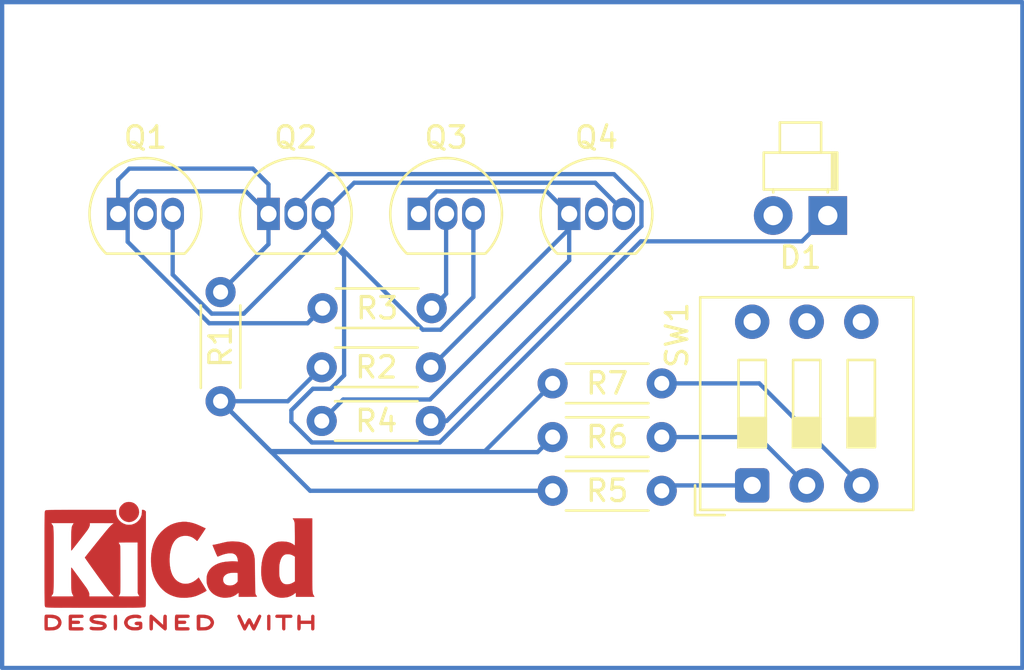
<source format=kicad_pcb>
(kicad_pcb (version 20241229) (generator "pcbnew") (generator_version "9.0")
  (layers (0 "F.Cu" signal) (2 "B.Cu" signal) (13 "F.Paste" user) (15 "B.Paste" user) (5 "F.SilkS" user "F.Silkscreen") (7 "B.SilkS" user "B.Silkscreen") (1 "F.Mask" user) (3 "B.Mask" user) (25 "Edge.Cuts" user))
  (net 0 "")
  (net 1 "Net-(D1-A)")
  (net 2 "GND")
  (net 3 "/Q")
  (net 4 "/R")
  (net 5 "Net-(Q2-B)")
  (net 6 "Net-(Q3-B)")
  (net 7 "/S")
  (net 8 "+9V")
  (net 9 "Net-(R5-Pad1)")
  (net 10 "Net-(R6-Pad1)")
  (net 11 "Net-(R7-Pad1)")
  (footprint "LED_THT:LED_D1.8mm_W1.8mm_H2.4mm_Horizontal_O1.27mm_Z4.9mm" (layer "F.Cu") (at 112.44 97.935 180)
    (property "Reference" "D1")
    (property "Value" "LED")
  )
  (footprint "Resistor_THT:R_Axial_DIN0204_L3.6mm_D1.6mm_P5.08mm_Horizontal" (layer "F.Cu") (at 88.88 107.5)
    (property "Reference" "R4")
    (property "Value" "1K")
  )
  (footprint "Resistor_THT:R_Axial_DIN0204_L3.6mm_D1.6mm_P5.08mm_Horizontal" (layer "F.Cu") (at 104.71 108.25 180)
    (property "Reference" "R6")
    (property "Value" "1K")
  )
  (footprint "Button_Switch_THT:SW_DIP_SPSTx03_Slide_9.78x9.8mm_W7.62mm_P2.54mm" (layer "F.Cu") (at 108.92 110.5 90)
    (property "Reference" "SW1")
    (property "Value" "SW_DIP_x03")
  )
  (footprint "Resistor_THT:R_Axial_DIN0204_L3.6mm_D1.6mm_P5.08mm_Horizontal" (layer "F.Cu") (at 104.71 105.75 180)
    (property "Reference" "R7")
    (property "Value" "1K")
  )
  (footprint "Resistor_THT:R_Axial_DIN0204_L3.6mm_D1.6mm_P5.08mm_Horizontal" (layer "F.Cu") (at 104.71 110.75 180)
    (property "Reference" "R5")
    (property "Value" "1K")
  )
  (footprint "Package_TO_SOT_THT:TO-92_Inline" (layer "F.Cu") (at 93.4 97.86)
    (property "Reference" "Q3")
    (property "Value" "BC547")
  )
  (footprint "Resistor_THT:R_Axial_DIN0204_L3.6mm_D1.6mm_P5.08mm_Horizontal" (layer "F.Cu") (at 88.88 105)
    (property "Reference" "R2")
    (property "Value" "1K")
  )
  (footprint "Package_TO_SOT_THT:TO-92_Inline" (layer "F.Cu") (at 79.4 97.86)
    (property "Reference" "Q1")
    (property "Value" "BC547")
  )
  (footprint "Resistor_THT:R_Axial_DIN0204_L3.6mm_D1.6mm_P5.08mm_Horizontal" (layer "F.Cu") (at 88.92 102.25)
    (property "Reference" "R3")
    (property "Value" "1K")
  )
  (footprint "Symbol:KiCad-Logo2_5mm_Copper" (layer "F.Cu") (at 82.25 114.25)
    (property "Reference" "REF**" (hide yes))
    (property "Value" "KiCad-Logo2_5mm_Copper" (hide yes))
  )
  (footprint "Package_TO_SOT_THT:TO-92_Inline" (layer "F.Cu") (at 86.4 97.86)
    (property "Reference" "Q2")
    (property "Value" "BC547")
  )
  (footprint "Package_TO_SOT_THT:TO-92_Inline" (layer "F.Cu") (at 100.4 97.86)
    (property "Reference" "Q4")
    (property "Value" "BC547")
  )
  (footprint "Resistor_THT:R_Axial_DIN0204_L3.6mm_D1.6mm_P5.08mm_Horizontal" (layer "F.Cu") (at 84.17 106.58 90)
    (property "Reference" "R1")
    (property "Value" "1K")
  )
  (gr_rect (start 74 88) (end 121.5 119) (stroke (width 0.2)) (fill no) (layer "B.Cu"))
  (segment (start 100.4 97.86) (end 100.4 98.56) (width 0.2) (layer "B.Cu") (net 1))
  (segment (start 93.4 97.86) (end 93.4 97.635) (width 0.2) (layer "B.Cu") (net 1))
  (segment (start 100.4 100.02) (end 100.4 97.86) (width 0.2) (layer "B.Cu") (net 1))
  (segment (start 94.226 96.809) (end 99.349 96.809) (width 0.2) (layer "B.Cu") (net 1))
  (segment (start 100.4 98.56) (end 93.96 105) (width 0.2) (layer "B.Cu") (net 1))
  (segment (start 99.349 96.809) (end 100.4 97.86) (width 0.2) (layer "B.Cu") (net 1))
  (segment (start 88.88 107.5) (end 89.881 106.499) (width 0.2) (layer "B.Cu") (net 1))
  (segment (start 89.881 106.499) (end 93.921 106.499) (width 0.2) (layer "B.Cu") (net 1))
  (segment (start 93.4 97.635) (end 94.226 96.809) (width 0.2) (layer "B.Cu") (net 1))
  (segment (start 93.921 106.499) (end 100.4 100.02) (width 0.2) (layer "B.Cu") (net 1))
  (segment (start 94.414628 103.251) (end 93.585372 103.251) (width 0.2) (layer "B.Cu") (net 2))
  (segment (start 87.466372 107.546372) (end 87.466372 107) (width 0.2) (layer "B.Cu") (net 2))
  (segment (start 89.294628 106.001) (end 89.921 105.374628) (width 0.2) (layer "B.Cu") (net 2))
  (segment (start 93.585372 103.251) (end 88.94 98.605628) (width 0.2) (layer "B.Cu") (net 2))
  (segment (start 112.44 97.935) (end 111.239 99.136) (width 0.2) (layer "B.Cu") (net 2))
  (segment (start 94.374628 108.501) (end 88.421 108.501) (width 0.2) (layer "B.Cu") (net 2))
  (segment (start 102.94 97.73686) (end 101.61114 96.408) (width 0.2) (layer "B.Cu") (net 2))
  (segment (start 87.466372 107) (end 88.465372 106.001) (width 0.2) (layer "B.Cu") (net 2))
  (segment (start 88.94 98.81) (end 88.94 97.86) (width 0.2) (layer "B.Cu") (net 2))
  (segment (start 88.465372 106.001) (end 89.294628 106.001) (width 0.2) (layer "B.Cu") (net 2))
  (segment (start 89.921 99.791) (end 88.94 98.81) (width 0.2) (layer "B.Cu") (net 2))
  (segment (start 103.739628 99.136) (end 94.374628 108.501) (width 0.2) (layer "B.Cu") (net 2))
  (segment (start 102.94 97.86) (end 102.94 97.73686) (width 0.2) (layer "B.Cu") (net 2))
  (segment (start 95.94 97.86) (end 95.94 101.725628) (width 0.2) (layer "B.Cu") (net 2))
  (segment (start 101.61114 96.408) (end 90.392 96.408) (width 0.2) (layer "B.Cu") (net 2))
  (segment (start 95.94 101.725628) (end 94.414628 103.251) (width 0.2) (layer "B.Cu") (net 2))
  (segment (start 85.249 102.501) (end 88.94 98.81) (width 0.2) (layer "B.Cu") (net 2))
  (segment (start 90.392 96.408) (end 88.94 97.86) (width 0.2) (layer "B.Cu") (net 2))
  (segment (start 81.94 100.685628) (end 83.755372 102.501) (width 0.2) (layer "B.Cu") (net 2))
  (segment (start 88.94 98.605628) (end 88.94 97.86) (width 0.2) (layer "B.Cu") (net 2))
  (segment (start 88.421 108.501) (end 87.466372 107.546372) (width 0.2) (layer "B.Cu") (net 2))
  (segment (start 89.921 105.374628) (end 89.921 99.791) (width 0.2) (layer "B.Cu") (net 2))
  (segment (start 83.755372 102.501) (end 85.249 102.501) (width 0.2) (layer "B.Cu") (net 2))
  (segment (start 81.94 97.86) (end 81.94 100.685628) (width 0.2) (layer "B.Cu") (net 2))
  (segment (start 111.239 99.136) (end 103.739628 99.136) (width 0.2) (layer "B.Cu") (net 2))
  (segment (start 86.4 99.27) (end 86.4 97.86) (width 0.2) (layer "B.Cu") (net 3))
  (segment (start 83.637272 102.95) (end 79.844 99.156728) (width 0.2) (layer "B.Cu") (net 3))
  (segment (start 79.92 95.75) (end 79.4 96.27) (width 0.2) (layer "B.Cu") (net 3))
  (segment (start 86.4 97.86) (end 86.4 96.48) (width 0.2) (layer "B.Cu") (net 3))
  (segment (start 88.92 102.25) (end 88.22 102.95) (width 0.2) (layer "B.Cu") (net 3))
  (segment (start 84.17 101.5) (end 86.4 99.27) (width 0.2) (layer "B.Cu") (net 3))
  (segment (start 85.349 96.809) (end 86.4 97.86) (width 0.2) (layer "B.Cu") (net 3))
  (segment (start 79.844 97.29286) (end 80.32786 96.809) (width 0.2) (layer "B.Cu") (net 3))
  (segment (start 80.32786 96.809) (end 85.349 96.809) (width 0.2) (layer "B.Cu") (net 3))
  (segment (start 79.844 99.156728) (end 79.844 97.29286) (width 0.2) (layer "B.Cu") (net 3))
  (segment (start 86.4 96.48) (end 85.67 95.75) (width 0.2) (layer "B.Cu") (net 3))
  (segment (start 79.4 96.27) (end 79.4 97.86) (width 0.2) (layer "B.Cu") (net 3))
  (segment (start 85.67 95.75) (end 79.92 95.75) (width 0.2) (layer "B.Cu") (net 3))
  (segment (start 88.22 102.95) (end 83.637272 102.95) (width 0.2) (layer "B.Cu") (net 3))
  (segment (start 103.766 97.29286) (end 102.48014 96.007) (width 0.2) (layer "B.Cu") (net 5))
  (segment (start 102.48014 96.007) (end 89.219 96.007) (width 0.2) (layer "B.Cu") (net 5))
  (segment (start 94.69314 107.5) (end 103.766 98.42714) (width 0.2) (layer "B.Cu") (net 5))
  (segment (start 103.766 98.42714) (end 103.766 97.29286) (width 0.2) (layer "B.Cu") (net 5))
  (segment (start 93.96 107.5) (end 94.69314 107.5) (width 0.2) (layer "B.Cu") (net 5))
  (segment (start 89.219 96.007) (end 87.67 97.556) (width 0.2) (layer "B.Cu") (net 5))
  (segment (start 87.67 97.556) (end 87.67 97.86) (width 0.2) (layer "B.Cu") (net 5))
  (segment (start 94.67 101.58) (end 94.67 97.86) (width 0.2) (layer "B.Cu") (net 6))
  (segment (start 94 102.25) (end 94.67 101.58) (width 0.2) (layer "B.Cu") (net 6))
  (segment (start 99.63 110.75) (end 88.34 110.75) (width 0.2) (layer "B.Cu") (net 8))
  (segment (start 88.88 105) (end 87.3 106.58) (width 0.2) (layer "B.Cu") (net 8))
  (segment (start 88.34 110.75) (end 84.17 106.58) (width 0.2) (layer "B.Cu") (net 8))
  (segment (start 99.63 105.75) (end 96.478 108.902) (width 0.2) (layer "B.Cu") (net 8))
  (segment (start 87.3 106.58) (end 84.17 106.58) (width 0.2) (layer "B.Cu") (net 8))
  (segment (start 98.93 108.95) (end 86.54 108.95) (width 0.2) (layer "B.Cu") (net 8))
  (segment (start 96.478 108.902) (end 86.492 108.902) (width 0.2) (layer "B.Cu") (net 8))
  (segment (start 86.492 108.902) (end 84.17 106.58) (width 0.2) (layer "B.Cu") (net 8))
  (segment (start 99.63 108.25) (end 98.93 108.95) (width 0.2) (layer "B.Cu") (net 8))
  (segment (start 86.54 108.95) (end 84.17 106.58) (width 0.2) (layer "B.Cu") (net 8))
  (segment (start 108.92 110.5) (end 104.96 110.5) (width 0.2) (layer "B.Cu") (net 9))
  (segment (start 104.96 110.5) (end 104.71 110.75) (width 0.2) (layer "B.Cu") (net 9))
  (segment (start 109.21 108.25) (end 104.71 108.25) (width 0.2) (layer "B.Cu") (net 10))
  (segment (start 111.46 110.5) (end 109.21 108.25) (width 0.2) (layer "B.Cu") (net 10))
  (segment (start 109.25 105.75) (end 104.71 105.75) (width 0.2) (layer "B.Cu") (net 11))
  (segment (start 114 110.5) (end 109.25 105.75) (width 0.2) (layer "B.Cu") (net 11))
)
</source>
